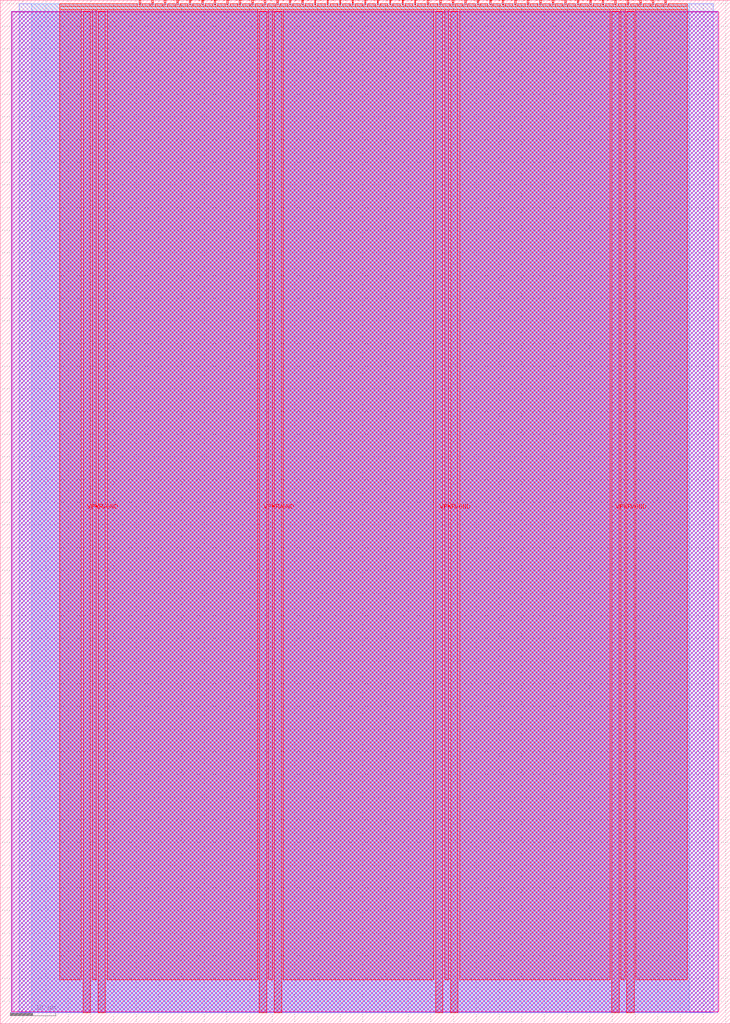
<source format=lef>
VERSION 5.7 ;
  NOWIREEXTENSIONATPIN ON ;
  DIVIDERCHAR "/" ;
  BUSBITCHARS "[]" ;
MACRO tt_um_verilog_meetup_template_project_example
  CLASS BLOCK ;
  FOREIGN tt_um_verilog_meetup_template_project_example ;
  ORIGIN 0.000 0.000 ;
  SIZE 161.000 BY 225.760 ;
  PIN VGND
    DIRECTION INOUT ;
    USE GROUND ;
    PORT
      LAYER met4 ;
        RECT 21.580 2.480 23.180 223.280 ;
    END
    PORT
      LAYER met4 ;
        RECT 60.450 2.480 62.050 223.280 ;
    END
    PORT
      LAYER met4 ;
        RECT 99.320 2.480 100.920 223.280 ;
    END
    PORT
      LAYER met4 ;
        RECT 138.190 2.480 139.790 223.280 ;
    END
  END VGND
  PIN VPWR
    DIRECTION INOUT ;
    USE POWER ;
    PORT
      LAYER met4 ;
        RECT 18.280 2.480 19.880 223.280 ;
    END
    PORT
      LAYER met4 ;
        RECT 57.150 2.480 58.750 223.280 ;
    END
    PORT
      LAYER met4 ;
        RECT 96.020 2.480 97.620 223.280 ;
    END
    PORT
      LAYER met4 ;
        RECT 134.890 2.480 136.490 223.280 ;
    END
  END VPWR
  PIN clk
    DIRECTION INPUT ;
    USE SIGNAL ;
    ANTENNAGATEAREA 0.852000 ;
    PORT
      LAYER met4 ;
        RECT 143.830 224.760 144.130 225.760 ;
    END
  END clk
  PIN ena
    DIRECTION INPUT ;
    USE SIGNAL ;
    PORT
      LAYER met4 ;
        RECT 146.590 224.760 146.890 225.760 ;
    END
  END ena
  PIN rst_n
    DIRECTION INPUT ;
    USE SIGNAL ;
    ANTENNAGATEAREA 0.196500 ;
    PORT
      LAYER met4 ;
        RECT 141.070 224.760 141.370 225.760 ;
    END
  END rst_n
  PIN ui_in[0]
    DIRECTION INPUT ;
    USE SIGNAL ;
    ANTENNAGATEAREA 0.196500 ;
    PORT
      LAYER met4 ;
        RECT 138.310 224.760 138.610 225.760 ;
    END
  END ui_in[0]
  PIN ui_in[1]
    DIRECTION INPUT ;
    USE SIGNAL ;
    ANTENNAGATEAREA 0.196500 ;
    PORT
      LAYER met4 ;
        RECT 135.550 224.760 135.850 225.760 ;
    END
  END ui_in[1]
  PIN ui_in[2]
    DIRECTION INPUT ;
    USE SIGNAL ;
    ANTENNAGATEAREA 0.196500 ;
    PORT
      LAYER met4 ;
        RECT 132.790 224.760 133.090 225.760 ;
    END
  END ui_in[2]
  PIN ui_in[3]
    DIRECTION INPUT ;
    USE SIGNAL ;
    ANTENNAGATEAREA 0.196500 ;
    PORT
      LAYER met4 ;
        RECT 130.030 224.760 130.330 225.760 ;
    END
  END ui_in[3]
  PIN ui_in[4]
    DIRECTION INPUT ;
    USE SIGNAL ;
    ANTENNAGATEAREA 0.196500 ;
    PORT
      LAYER met4 ;
        RECT 127.270 224.760 127.570 225.760 ;
    END
  END ui_in[4]
  PIN ui_in[5]
    DIRECTION INPUT ;
    USE SIGNAL ;
    ANTENNAGATEAREA 0.196500 ;
    PORT
      LAYER met4 ;
        RECT 124.510 224.760 124.810 225.760 ;
    END
  END ui_in[5]
  PIN ui_in[6]
    DIRECTION INPUT ;
    USE SIGNAL ;
    ANTENNAGATEAREA 0.196500 ;
    PORT
      LAYER met4 ;
        RECT 121.750 224.760 122.050 225.760 ;
    END
  END ui_in[6]
  PIN ui_in[7]
    DIRECTION INPUT ;
    USE SIGNAL ;
    PORT
      LAYER met4 ;
        RECT 118.990 224.760 119.290 225.760 ;
    END
  END ui_in[7]
  PIN uio_in[0]
    DIRECTION INPUT ;
    USE SIGNAL ;
    PORT
      LAYER met4 ;
        RECT 116.230 224.760 116.530 225.760 ;
    END
  END uio_in[0]
  PIN uio_in[1]
    DIRECTION INPUT ;
    USE SIGNAL ;
    PORT
      LAYER met4 ;
        RECT 113.470 224.760 113.770 225.760 ;
    END
  END uio_in[1]
  PIN uio_in[2]
    DIRECTION INPUT ;
    USE SIGNAL ;
    PORT
      LAYER met4 ;
        RECT 110.710 224.760 111.010 225.760 ;
    END
  END uio_in[2]
  PIN uio_in[3]
    DIRECTION INPUT ;
    USE SIGNAL ;
    ANTENNAGATEAREA 0.196500 ;
    PORT
      LAYER met4 ;
        RECT 107.950 224.760 108.250 225.760 ;
    END
  END uio_in[3]
  PIN uio_in[4]
    DIRECTION INPUT ;
    USE SIGNAL ;
    PORT
      LAYER met4 ;
        RECT 105.190 224.760 105.490 225.760 ;
    END
  END uio_in[4]
  PIN uio_in[5]
    DIRECTION INPUT ;
    USE SIGNAL ;
    ANTENNAGATEAREA 0.196500 ;
    PORT
      LAYER met4 ;
        RECT 102.430 224.760 102.730 225.760 ;
    END
  END uio_in[5]
  PIN uio_in[6]
    DIRECTION INPUT ;
    USE SIGNAL ;
    PORT
      LAYER met4 ;
        RECT 99.670 224.760 99.970 225.760 ;
    END
  END uio_in[6]
  PIN uio_in[7]
    DIRECTION INPUT ;
    USE SIGNAL ;
    PORT
      LAYER met4 ;
        RECT 96.910 224.760 97.210 225.760 ;
    END
  END uio_in[7]
  PIN uio_oe[0]
    DIRECTION OUTPUT ;
    USE SIGNAL ;
    PORT
      LAYER met4 ;
        RECT 49.990 224.760 50.290 225.760 ;
    END
  END uio_oe[0]
  PIN uio_oe[1]
    DIRECTION OUTPUT ;
    USE SIGNAL ;
    PORT
      LAYER met4 ;
        RECT 47.230 224.760 47.530 225.760 ;
    END
  END uio_oe[1]
  PIN uio_oe[2]
    DIRECTION OUTPUT ;
    USE SIGNAL ;
    PORT
      LAYER met4 ;
        RECT 44.470 224.760 44.770 225.760 ;
    END
  END uio_oe[2]
  PIN uio_oe[3]
    DIRECTION OUTPUT ;
    USE SIGNAL ;
    PORT
      LAYER met4 ;
        RECT 41.710 224.760 42.010 225.760 ;
    END
  END uio_oe[3]
  PIN uio_oe[4]
    DIRECTION OUTPUT ;
    USE SIGNAL ;
    PORT
      LAYER met4 ;
        RECT 38.950 224.760 39.250 225.760 ;
    END
  END uio_oe[4]
  PIN uio_oe[5]
    DIRECTION OUTPUT ;
    USE SIGNAL ;
    ANTENNADIFFAREA 0.445500 ;
    PORT
      LAYER met4 ;
        RECT 36.190 224.760 36.490 225.760 ;
    END
  END uio_oe[5]
  PIN uio_oe[6]
    DIRECTION OUTPUT ;
    USE SIGNAL ;
    PORT
      LAYER met4 ;
        RECT 33.430 224.760 33.730 225.760 ;
    END
  END uio_oe[6]
  PIN uio_oe[7]
    DIRECTION OUTPUT ;
    USE SIGNAL ;
    PORT
      LAYER met4 ;
        RECT 30.670 224.760 30.970 225.760 ;
    END
  END uio_oe[7]
  PIN uio_out[0]
    DIRECTION OUTPUT ;
    USE SIGNAL ;
    PORT
      LAYER met4 ;
        RECT 72.070 224.760 72.370 225.760 ;
    END
  END uio_out[0]
  PIN uio_out[1]
    DIRECTION OUTPUT ;
    USE SIGNAL ;
    ANTENNADIFFAREA 0.445500 ;
    PORT
      LAYER met4 ;
        RECT 69.310 224.760 69.610 225.760 ;
    END
  END uio_out[1]
  PIN uio_out[2]
    DIRECTION OUTPUT ;
    USE SIGNAL ;
    ANTENNADIFFAREA 0.445500 ;
    PORT
      LAYER met4 ;
        RECT 66.550 224.760 66.850 225.760 ;
    END
  END uio_out[2]
  PIN uio_out[3]
    DIRECTION OUTPUT ;
    USE SIGNAL ;
    PORT
      LAYER met4 ;
        RECT 63.790 224.760 64.090 225.760 ;
    END
  END uio_out[3]
  PIN uio_out[4]
    DIRECTION OUTPUT ;
    USE SIGNAL ;
    PORT
      LAYER met4 ;
        RECT 61.030 224.760 61.330 225.760 ;
    END
  END uio_out[4]
  PIN uio_out[5]
    DIRECTION OUTPUT ;
    USE SIGNAL ;
    ANTENNADIFFAREA 0.795200 ;
    PORT
      LAYER met4 ;
        RECT 58.270 224.760 58.570 225.760 ;
    END
  END uio_out[5]
  PIN uio_out[6]
    DIRECTION OUTPUT ;
    USE SIGNAL ;
    ANTENNADIFFAREA 0.795200 ;
    PORT
      LAYER met4 ;
        RECT 55.510 224.760 55.810 225.760 ;
    END
  END uio_out[6]
  PIN uio_out[7]
    DIRECTION OUTPUT ;
    USE SIGNAL ;
    ANTENNADIFFAREA 0.445500 ;
    PORT
      LAYER met4 ;
        RECT 52.750 224.760 53.050 225.760 ;
    END
  END uio_out[7]
  PIN uo_out[0]
    DIRECTION OUTPUT ;
    USE SIGNAL ;
    ANTENNADIFFAREA 0.445500 ;
    PORT
      LAYER met4 ;
        RECT 94.150 224.760 94.450 225.760 ;
    END
  END uo_out[0]
  PIN uo_out[1]
    DIRECTION OUTPUT ;
    USE SIGNAL ;
    ANTENNADIFFAREA 0.445500 ;
    PORT
      LAYER met4 ;
        RECT 91.390 224.760 91.690 225.760 ;
    END
  END uo_out[1]
  PIN uo_out[2]
    DIRECTION OUTPUT ;
    USE SIGNAL ;
    ANTENNADIFFAREA 0.445500 ;
    PORT
      LAYER met4 ;
        RECT 88.630 224.760 88.930 225.760 ;
    END
  END uo_out[2]
  PIN uo_out[3]
    DIRECTION OUTPUT ;
    USE SIGNAL ;
    ANTENNADIFFAREA 0.445500 ;
    PORT
      LAYER met4 ;
        RECT 85.870 224.760 86.170 225.760 ;
    END
  END uo_out[3]
  PIN uo_out[4]
    DIRECTION OUTPUT ;
    USE SIGNAL ;
    ANTENNADIFFAREA 0.445500 ;
    PORT
      LAYER met4 ;
        RECT 83.110 224.760 83.410 225.760 ;
    END
  END uo_out[4]
  PIN uo_out[5]
    DIRECTION OUTPUT ;
    USE SIGNAL ;
    ANTENNADIFFAREA 0.445500 ;
    PORT
      LAYER met4 ;
        RECT 80.350 224.760 80.650 225.760 ;
    END
  END uo_out[5]
  PIN uo_out[6]
    DIRECTION OUTPUT ;
    USE SIGNAL ;
    ANTENNADIFFAREA 0.445500 ;
    PORT
      LAYER met4 ;
        RECT 77.590 224.760 77.890 225.760 ;
    END
  END uo_out[6]
  PIN uo_out[7]
    DIRECTION OUTPUT ;
    USE SIGNAL ;
    ANTENNADIFFAREA 0.445500 ;
    PORT
      LAYER met4 ;
        RECT 74.830 224.760 75.130 225.760 ;
    END
  END uo_out[7]
  OBS
      LAYER nwell ;
        RECT 2.570 2.635 158.430 223.230 ;
      LAYER li1 ;
        RECT 2.760 2.635 158.240 223.125 ;
      LAYER met1 ;
        RECT 2.460 2.480 158.240 223.280 ;
      LAYER met2 ;
        RECT 4.240 2.535 157.220 224.925 ;
      LAYER met3 ;
        RECT 6.965 2.555 151.960 224.905 ;
      LAYER met4 ;
        RECT 13.175 224.360 30.270 224.905 ;
        RECT 31.370 224.360 33.030 224.905 ;
        RECT 34.130 224.360 35.790 224.905 ;
        RECT 36.890 224.360 38.550 224.905 ;
        RECT 39.650 224.360 41.310 224.905 ;
        RECT 42.410 224.360 44.070 224.905 ;
        RECT 45.170 224.360 46.830 224.905 ;
        RECT 47.930 224.360 49.590 224.905 ;
        RECT 50.690 224.360 52.350 224.905 ;
        RECT 53.450 224.360 55.110 224.905 ;
        RECT 56.210 224.360 57.870 224.905 ;
        RECT 58.970 224.360 60.630 224.905 ;
        RECT 61.730 224.360 63.390 224.905 ;
        RECT 64.490 224.360 66.150 224.905 ;
        RECT 67.250 224.360 68.910 224.905 ;
        RECT 70.010 224.360 71.670 224.905 ;
        RECT 72.770 224.360 74.430 224.905 ;
        RECT 75.530 224.360 77.190 224.905 ;
        RECT 78.290 224.360 79.950 224.905 ;
        RECT 81.050 224.360 82.710 224.905 ;
        RECT 83.810 224.360 85.470 224.905 ;
        RECT 86.570 224.360 88.230 224.905 ;
        RECT 89.330 224.360 90.990 224.905 ;
        RECT 92.090 224.360 93.750 224.905 ;
        RECT 94.850 224.360 96.510 224.905 ;
        RECT 97.610 224.360 99.270 224.905 ;
        RECT 100.370 224.360 102.030 224.905 ;
        RECT 103.130 224.360 104.790 224.905 ;
        RECT 105.890 224.360 107.550 224.905 ;
        RECT 108.650 224.360 110.310 224.905 ;
        RECT 111.410 224.360 113.070 224.905 ;
        RECT 114.170 224.360 115.830 224.905 ;
        RECT 116.930 224.360 118.590 224.905 ;
        RECT 119.690 224.360 121.350 224.905 ;
        RECT 122.450 224.360 124.110 224.905 ;
        RECT 125.210 224.360 126.870 224.905 ;
        RECT 127.970 224.360 129.630 224.905 ;
        RECT 130.730 224.360 132.390 224.905 ;
        RECT 133.490 224.360 135.150 224.905 ;
        RECT 136.250 224.360 137.910 224.905 ;
        RECT 139.010 224.360 140.670 224.905 ;
        RECT 141.770 224.360 143.430 224.905 ;
        RECT 144.530 224.360 146.190 224.905 ;
        RECT 147.290 224.360 151.505 224.905 ;
        RECT 13.175 223.680 151.505 224.360 ;
        RECT 13.175 9.695 17.880 223.680 ;
        RECT 20.280 9.695 21.180 223.680 ;
        RECT 23.580 9.695 56.750 223.680 ;
        RECT 59.150 9.695 60.050 223.680 ;
        RECT 62.450 9.695 95.620 223.680 ;
        RECT 98.020 9.695 98.920 223.680 ;
        RECT 101.320 9.695 134.490 223.680 ;
        RECT 136.890 9.695 137.790 223.680 ;
        RECT 140.190 9.695 151.505 223.680 ;
  END
END tt_um_verilog_meetup_template_project_example
END LIBRARY


</source>
